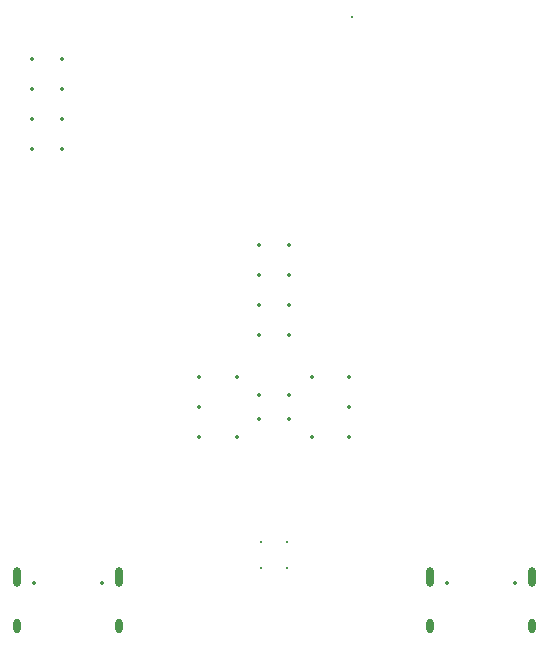
<source format=gbo>
%TF.GenerationSoftware,KiCad,Pcbnew,8.0.8*%
%TF.CreationDate,2025-03-21T10:35:37+01:00*%
%TF.ProjectId,RF_HID_module_test,52465f48-4944-45f6-9d6f-64756c655f74,rev?*%
%TF.SameCoordinates,Original*%
%TF.FileFunction,Legend,Bot*%
%TF.FilePolarity,Positive*%
%FSLAX46Y46*%
G04 Gerber Fmt 4.6, Leading zero omitted, Abs format (unit mm)*
G04 Created by KiCad (PCBNEW 8.0.8) date 2025-03-21 10:35:37*
%MOMM*%
%LPD*%
G01*
G04 APERTURE LIST*
%ADD10C,0.350000*%
%ADD11O,0.600000X1.700000*%
%ADD12O,0.600000X1.200000*%
%ADD13C,0.200000*%
%ADD14C,0.300000*%
G04 APERTURE END LIST*
D10*
X142000000Y-98000000D03*
X139459994Y-97999999D03*
X141999999Y-100540006D03*
X139460000Y-100540000D03*
X142000000Y-103080000D03*
X139459998Y-103080000D03*
X142000000Y-105620000D03*
X139460001Y-105620000D03*
X139610000Y-142395000D03*
X145390000Y-142395000D03*
D11*
X138180000Y-141895000D03*
D12*
X138180000Y-146075000D03*
D11*
X146820000Y-141895000D03*
D12*
X146820000Y-146075000D03*
D10*
X161250000Y-113750000D03*
X158709996Y-113749998D03*
X161249998Y-116290004D03*
X158710000Y-116290000D03*
X161250000Y-118830000D03*
X158709999Y-118829998D03*
X161250000Y-121370000D03*
X158710001Y-121370000D03*
X153660000Y-124960000D03*
X153660000Y-127500000D03*
X153660000Y-130040000D03*
X156835000Y-124960000D03*
X156835000Y-130040000D03*
X158740000Y-126484000D03*
X158740000Y-128516000D03*
X174610000Y-142395000D03*
X180390000Y-142395000D03*
D11*
X173180000Y-141895000D03*
D12*
X173180000Y-146075000D03*
D11*
X181820000Y-141895000D03*
D12*
X181820000Y-146075000D03*
D13*
X158900000Y-138900000D03*
X158900000Y-141100000D03*
X161100000Y-138900000D03*
X161100000Y-141100000D03*
D10*
X166340003Y-127500001D03*
X166340000Y-130040000D03*
X166340000Y-124960000D03*
X163164999Y-130040000D03*
X163164999Y-124960000D03*
X161259998Y-128516002D03*
X161259998Y-126483999D03*
D14*
X166550000Y-94500000D03*
M02*

</source>
